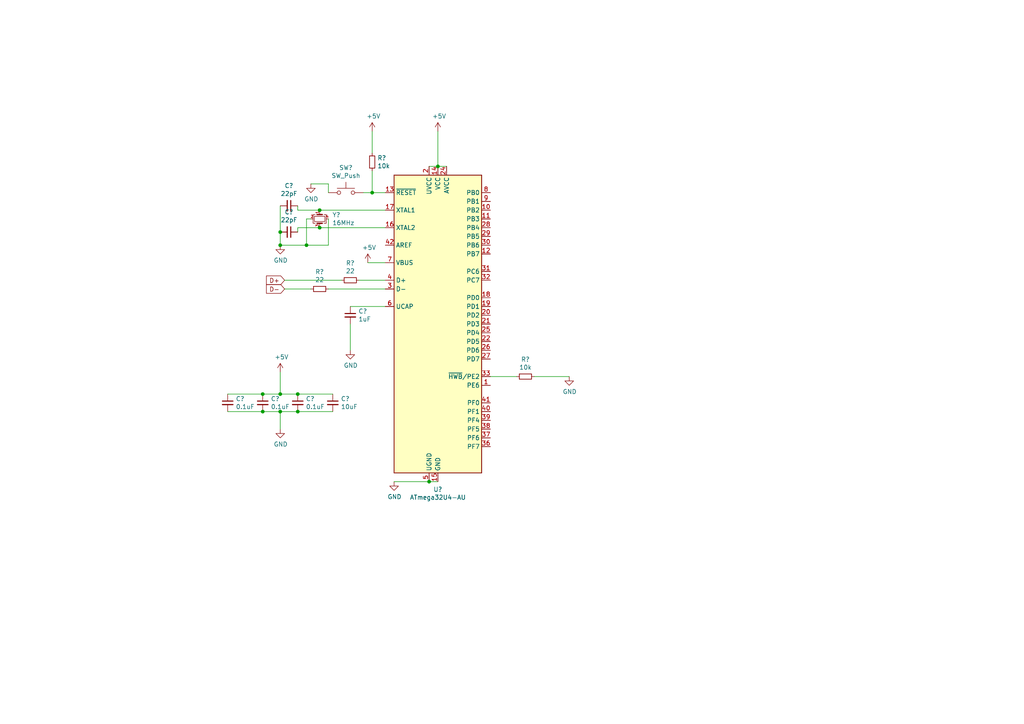
<source format=kicad_sch>
(kicad_sch (version 20230121) (generator eeschema)
  (paper "A4")
  (lib_symbols
    (symbol "Device:C_Small" (pin_numbers hide) (pin_names (offset 0.254) hide)
      (property "Reference" "C" (at 0.254 1.778 0))
      (property "Value" "C_Small" (at 0.254 -2.032 0))
      (symbol "C_Small_0_1"
        (polyline (pts (xy -1.524 -0.508) (xy 1.524 -0.508)) (stroke (width 0.3302)))
        (polyline (pts (xy -1.524 0.508) (xy 1.524 0.508)) (stroke (width 0.3048)))
      )
      (symbol "C_Small_1_1"
        (pin passive line (at 0 2.54 270) (length 2.032) (name "~") (number "1"))
        (pin passive line (at 0 -2.54 90) (length 2.032) (name "~") (number "2"))
      )
    )
    (symbol "Device:Crystal_GND24_Small" (pin_names (offset 1.016) hide)
      (property "Reference" "Y" (at 1.27 4.445 0))
      (property "Value" "Crystal_GND24_Small" (at 1.27 2.54 0))
      (symbol "Crystal_GND24_Small_0_1"
        (rectangle (start -0.762 -1.524) (end 0.762 1.524))
        (polyline (pts (xy -1.27 -0.762) (xy -1.27 0.762)) (stroke (width 0.381)))
        (polyline (pts (xy 1.27 -0.762) (xy 1.27 0.762)) (stroke (width 0.381)))
        (polyline (pts (xy -1.27 -1.27) (xy -1.27 -1.905) (xy 1.27 -1.905) (xy 1.27 -1.27)))
        (polyline (pts (xy -1.27 1.27) (xy -1.27 1.905) (xy 1.27 1.905) (xy 1.27 1.27)))
      )
      (symbol "Crystal_GND24_Small_1_1"
        (pin passive line (at -2.54 0 0) (length 1.27) (name "1") (number "1"))
        (pin passive line (at 0 -2.54 90) (length 0.635) (name "2") (number "2"))
        (pin passive line (at 2.54 0 180) (length 1.27) (name "3") (number "3"))
        (pin passive line (at 0 2.54 270) (length 0.635) (name "4") (number "4"))
      )
    )
    (symbol "Device:R_Small" (pin_numbers hide) (pin_names (offset 0.254) hide)
      (property "Reference" "R" (at 0.762 0.508 0))
      (property "Value" "R_Small" (at 0.762 -1.016 0))
      (symbol "R_Small_0_1"
        (rectangle (start -0.762 1.778) (end 0.762 -1.778) (stroke (width 0.2032)))
      )
      (symbol "R_Small_1_1"
        (pin passive line (at 0 2.54 270) (length 0.762) (name "~") (number "1"))
        (pin passive line (at 0 -2.54 90) (length 0.762) (name "~") (number "2"))
      )
    )
    (symbol "Switch:SW_Push" (pin_numbers hide) (pin_names (offset 1.016) hide)
      (property "Reference" "SW" (at 1.27 2.54 0))
      (property "Value" "SW_Push" (at 0 -1.524 0))
      (symbol "SW_Push_0_1"
        (circle (center -2.032 0) (radius 0.508))
        (polyline (pts (xy 0 1.27) (xy 0 3.048)))
        (polyline (pts (xy 2.54 1.27) (xy -2.54 1.27)))
        (circle (center 2.032 0) (radius 0.508))
        (pin passive line (at -5.08 0 0) (length 2.54) (name "1") (number "1"))
        (pin passive line (at 5.08 0 180) (length 2.54) (name "2") (number "2"))
      )
    )
    (symbol "aurora-rescue:ATmega32U4-AU-MCU_Microchip_ATmega"
      (property "Reference" "U" (at -12.7 44.45 0))
      (property "Value" "MCU_Microchip_ATmega_ATmega32U4-AU" (at 2.54 -44.45 0))
      (symbol "ATmega32U4-AU-MCU_Microchip_ATmega_0_1"
        (rectangle (start -12.7 -43.18) (end 12.7 43.18) (stroke (width 0.254)) (fill (type background)))
      )
      (symbol "ATmega32U4-AU-MCU_Microchip_ATmega_1_1"
        (pin tri_state line (at 15.24 -17.78 180) (length 2.54) (name "PE6") (number "1"))
        (pin tri_state line (at 15.24 33.02 180) (length 2.54) (name "PB2") (number "10"))
        (pin tri_state line (at 15.24 30.48 180) (length 2.54) (name "PB3") (number "11"))
        (pin tri_state line (at 15.24 20.32 180) (length 2.54) (name "PB7") (number "12"))
        (pin input line (at -15.24 38.1 0) (length 2.54) (name "~{RESET}") (number "13"))
        (pin power_in line (at 0 45.72 270) (length 2.54) (name "VCC") (number "14"))
        (pin power_in line (at 0 -45.72 90) (length 2.54) (name "GND") (number "15"))
        (pin output line (at -15.24 27.94 0) (length 2.54) (name "XTAL2") (number "16"))
        (pin input line (at -15.24 33.02 0) (length 2.54) (name "XTAL1") (number "17"))
        (pin tri_state line (at 15.24 7.62 180) (length 2.54) (name "PD0") (number "18"))
        (pin tri_state line (at 15.24 5.08 180) (length 2.54) (name "PD1") (number "19"))
        (pin power_in line (at -2.54 45.72 270) (length 2.54) (name "UVCC") (number "2"))
        (pin tri_state line (at 15.24 2.54 180) (length 2.54) (name "PD2") (number "20"))
        (pin tri_state line (at 15.24 0 180) (length 2.54) (name "PD3") (number "21"))
        (pin tri_state line (at 15.24 -5.08 180) (length 2.54) (name "PD5") (number "22"))
        (pin passive line (at 0 -45.72 90) (length 2.54) hide (name "GND") (number "23"))
        (pin power_in line (at 2.54 45.72 270) (length 2.54) (name "AVCC") (number "24"))
        (pin tri_state line (at 15.24 -2.54 180) (length 2.54) (name "PD4") (number "25"))
        (pin tri_state line (at 15.24 -7.62 180) (length 2.54) (name "PD6") (number "26"))
        (pin tri_state line (at 15.24 -10.16 180) (length 2.54) (name "PD7") (number "27"))
        (pin tri_state line (at 15.24 27.94 180) (length 2.54) (name "PB4") (number "28"))
        (pin tri_state line (at 15.24 25.4 180) (length 2.54) (name "PB5") (number "29"))
        (pin bidirectional line (at -15.24 10.16 0) (length 2.54) (name "D-") (number "3"))
        (pin tri_state line (at 15.24 22.86 180) (length 2.54) (name "PB6") (number "30"))
        (pin tri_state line (at 15.24 15.24 180) (length 2.54) (name "PC6") (number "31"))
        (pin tri_state line (at 15.24 12.7 180) (length 2.54) (name "PC7") (number "32"))
        (pin tri_state line (at 15.24 -15.24 180) (length 2.54) (name "~{HWB}/PE2") (number "33"))
        (pin passive line (at 0 45.72 270) (length 2.54) hide (name "VCC") (number "34"))
        (pin passive line (at 0 -45.72 90) (length 2.54) hide (name "GND") (number "35"))
        (pin tri_state line (at 15.24 -35.56 180) (length 2.54) (name "PF7") (number "36"))
        (pin tri_state line (at 15.24 -33.02 180) (length 2.54) (name "PF6") (number "37"))
        (pin tri_state line (at 15.24 -30.48 180) (length 2.54) (name "PF5") (number "38"))
        (pin tri_state line (at 15.24 -27.94 180) (length 2.54) (name "PF4") (number "39"))
        (pin bidirectional line (at -15.24 12.7 0) (length 2.54) (name "D+") (number "4"))
        (pin tri_state line (at 15.24 -25.4 180) (length 2.54) (name "PF1") (number "40"))
        (pin tri_state line (at 15.24 -22.86 180) (length 2.54) (name "PF0") (number "41"))
        (pin passive line (at -15.24 22.86 0) (length 2.54) (name "AREF") (number "42"))
        (pin passive line (at 0 -45.72 90) (length 2.54) hide (name "GND") (number "43"))
        (pin passive line (at 2.54 45.72 270) (length 2.54) hide (name "AVCC") (number "44"))
        (pin passive line (at -2.54 -45.72 90) (length 2.54) (name "UGND") (number "5"))
        (pin passive line (at -15.24 5.08 0) (length 2.54) (name "UCAP") (number "6"))
        (pin input line (at -15.24 17.78 0) (length 2.54) (name "VBUS") (number "7"))
        (pin tri_state line (at 15.24 38.1 180) (length 2.54) (name "PB0") (number "8"))
        (pin tri_state line (at 15.24 35.56 180) (length 2.54) (name "PB1") (number "9"))
      )
    )
    (symbol "power:+5V" (power) (pin_names (offset 0))
      (property "Value" "+5V" (at 0 3.556 0))
      (symbol "+5V_0_1"
        (polyline (pts (xy -0.762 1.27) (xy 0 2.54)))
        (polyline (pts (xy 0 0) (xy 0 2.54)))
        (polyline (pts (xy 0 2.54) (xy 0.762 1.27)))
      )
      (symbol "+5V_1_1"
        (pin power_in line (at 0 0 90) (length 0) hide (name "+5V") (number "1"))
      )
    )
    (symbol "power:GND" (power) (pin_names (offset 0))
      (property "Value" "GND" (at 0 -3.81 0))
      (symbol "GND_0_1"
        (polyline (pts (xy 0 0) (xy 0 -1.27) (xy 1.27 -1.27) (xy 0 -2.54) (xy -1.27 -1.27) (xy 0 -1.27)))
      )
      (symbol "GND_1_1"
        (pin power_in line (at 0 0 270) (length 0) hide (name "GND") (number "1"))
      )
    )
  )
  (junction (at 81.28 119.38))
  (junction (at 81.28 114.3))
  (junction (at 88.9 71.12))
  (junction (at 76.2 114.3))
  (junction (at 81.28 67.31))
  (junction (at 81.28 71.12))
  (junction (at 127 48.26))
  (junction (at 92.71 60.96))
  (junction (at 124.46 139.7))
  (junction (at 107.95 55.88))
  (junction (at 86.36 114.3))
  (junction (at 76.2 119.38))
  (junction (at 92.71 66.04))
  (junction (at 86.36 119.38))
  (wire (pts (xy 66.04 114.3) (xy 76.2 114.3)))
  (wire (pts (xy 107.95 44.45) (xy 107.95 38.1)))
  (wire (pts (xy 127 139.7) (xy 124.46 139.7)))
  (wire (pts (xy 95.25 53.34) (xy 95.25 55.88)))
  (wire (pts (xy 107.95 55.88) (xy 111.76 55.88)))
  (wire (pts (xy 92.71 66.04) (xy 86.36 66.04)))
  (wire (pts (xy 111.76 76.2) (xy 106.68 76.2)))
  (wire (pts (xy 81.28 67.31) (xy 81.28 71.12)))
  (wire (pts (xy 111.76 83.82) (xy 95.25 83.82)))
  (wire (pts (xy 99.06 81.28) (xy 82.55 81.28)))
  (wire (pts (xy 127 48.26) (xy 127 38.1)))
  (wire (pts (xy 90.17 83.82) (xy 82.55 83.82)))
  (wire (pts (xy 90.17 63.5) (xy 88.9 63.5)))
  (wire (pts (xy 86.36 66.04) (xy 86.36 67.31)))
  (wire (pts (xy 86.36 114.3) (xy 96.52 114.3)))
  (wire (pts (xy 76.2 114.3) (xy 81.28 114.3)))
  (wire (pts (xy 111.76 81.28) (xy 104.14 81.28)))
  (wire (pts (xy 88.9 71.12) (xy 81.28 71.12)))
  (wire (pts (xy 81.28 119.38) (xy 76.2 119.38)))
  (wire (pts (xy 81.28 107.95) (xy 81.28 114.3)))
  (wire (pts (xy 76.2 119.38) (xy 66.04 119.38)))
  (wire (pts (xy 92.71 60.96) (xy 86.36 60.96)))
  (wire (pts (xy 95.25 71.12) (xy 88.9 71.12)))
  (wire (pts (xy 129.54 48.26) (xy 127 48.26)))
  (wire (pts (xy 105.41 55.88) (xy 107.95 55.88)))
  (wire (pts (xy 90.17 53.34) (xy 95.25 53.34)))
  (wire (pts (xy 142.24 109.22) (xy 149.86 109.22)))
  (wire (pts (xy 86.36 119.38) (xy 81.28 119.38)))
  (wire (pts (xy 96.52 119.38) (xy 86.36 119.38)))
  (wire (pts (xy 154.94 109.22) (xy 165.1 109.22)))
  (wire (pts (xy 88.9 63.5) (xy 88.9 71.12)))
  (wire (pts (xy 95.25 63.5) (xy 95.25 71.12)))
  (wire (pts (xy 111.76 60.96) (xy 92.71 60.96)))
  (wire (pts (xy 81.28 114.3) (xy 86.36 114.3)))
  (wire (pts (xy 107.95 55.88) (xy 107.95 49.53)))
  (wire (pts (xy 86.36 60.96) (xy 86.36 59.69)))
  (wire (pts (xy 81.28 119.38) (xy 81.28 124.46)))
  (wire (pts (xy 111.76 88.9) (xy 101.6 88.9)))
  (wire (pts (xy 92.71 66.04) (xy 111.76 66.04)))
  (wire (pts (xy 101.6 93.98) (xy 101.6 101.6)))
  (wire (pts (xy 124.46 139.7) (xy 114.3 139.7)))
  (wire (pts (xy 81.28 59.69) (xy 81.28 67.31)))
  (wire (pts (xy 124.46 48.26) (xy 127 48.26)))
  (global_label "D+" (shape input) (at 82.55 81.28 180) (property "Intersheetrefs" "${INTERSHEET_REFS}" (effects hide)))
  (global_label "D-" (shape input) (at 82.55 83.82 180) (property "Intersheetrefs" "${INTERSHEET_REFS}" (effects hide)))
  (symbol (lib_id "power:+5V") (at 127 38.1 0) (unit 1)
    (property "Reference" "#PWR?" (effects hide))
    (property "Value" "+5V" (at 127.381 33.7058 0))
  )
  (symbol (lib_id "aurora-rescue:ATmega32U4-AU-MCU_Microchip_ATmega") (at 127 93.98 0) (unit 1)
    (property "Reference" "U?" (at 127 141.9606 0))
    (property "Value" "ATmega32U4-AU" (at 127 144.272 0))
    (property "Footprint" "Package_QFP:TQFP-44_10x10mm_P0.8mm" (effects hide))
    (property "Datasheet" "http://ww1.microchip.com/downloads/en/DeviceDoc/Atmel-7766-8-bit-AVR-ATmega16U4-32U4_Datasheet.pdf" (effects hide))
  )
  (symbol (lib_id "power:GND") (at 114.3 139.7 0) (unit 1)
    (property "Reference" "#PWR?" (effects hide))
    (property "Value" "GND" (at 114.427 144.0942 0))
  )
  (symbol (lib_id "Device:R_Small") (at 152.4 109.22 90) (unit 1)
    (property "Reference" "R?" (at 152.4 104.2416 90))
    (property "Value" "10k" (at 152.4 106.553 90))
  )
  (symbol (lib_id "power:GND") (at 165.1 109.22 0) (unit 1)
    (property "Reference" "#PWR?" (effects hide))
    (property "Value" "GND" (at 165.227 113.6142 0))
  )
  (symbol (lib_id "Device:R_Small") (at 101.6 81.28 270) (unit 1)
    (property "Reference" "R?" (at 101.6 76.3016 90))
    (property "Value" "22" (at 101.6 78.613 90))
  )
  (symbol (lib_id "Device:R_Small") (at 92.71 83.82 270) (unit 1)
    (property "Reference" "R?" (at 92.71 78.8416 90))
    (property "Value" "22" (at 92.71 81.153 90))
  )
  (symbol (lib_id "Device:C_Small") (at 101.6 91.44 0) (unit 1)
    (property "Reference" "C?" (at 103.9368 90.2716 0) (effects (justify left)))
    (property "Value" "1uF" (at 103.9368 92.583 0) (effects (justify left)))
  )
  (symbol (lib_id "power:GND") (at 101.6 101.6 0) (unit 1)
    (property "Reference" "#PWR?" (effects hide))
    (property "Value" "GND" (at 101.727 105.9942 0))
  )
  (symbol (lib_id "Device:C_Small") (at 76.2 116.84 0) (unit 1)
    (property "Reference" "C?" (at 78.5368 115.6716 0) (effects (justify left)))
    (property "Value" "0.1uF" (at 78.5368 117.983 0) (effects (justify left)))
  )
  (symbol (lib_id "Device:C_Small") (at 86.36 116.84 0) (unit 1)
    (property "Reference" "C?" (at 88.6968 115.6716 0) (effects (justify left)))
    (property "Value" "0.1uF" (at 88.6968 117.983 0) (effects (justify left)))
  )
  (symbol (lib_id "Device:C_Small") (at 66.04 116.84 0) (unit 1)
    (property "Reference" "C?" (at 68.3768 115.6716 0) (effects (justify left)))
    (property "Value" "0.1uF" (at 68.3768 117.983 0) (effects (justify left)))
  )
  (symbol (lib_id "Device:C_Small") (at 96.52 116.84 0) (unit 1)
    (property "Reference" "C?" (at 98.8568 115.6716 0) (effects (justify left)))
    (property "Value" "10uF" (at 98.8568 117.983 0) (effects (justify left)))
  )
  (symbol (lib_id "power:GND") (at 81.28 124.46 0) (unit 1)
    (property "Reference" "#PWR?" (effects hide))
    (property "Value" "GND" (at 81.407 128.8542 0))
  )
  (symbol (lib_id "power:+5V") (at 81.28 107.95 0) (unit 1)
    (property "Reference" "#PWR?" (effects hide))
    (property "Value" "+5V" (at 81.661 103.5558 0))
  )
  (symbol (lib_id "power:+5V") (at 106.68 76.2 0) (unit 1)
    (property "Reference" "#PWR?" (effects hide))
    (property "Value" "+5V" (at 107.061 71.8058 0))
  )
  (symbol (lib_id "Device:Crystal_GND24_Small") (at 92.71 63.5 270) (unit 1)
    (property "Reference" "Y?" (at 96.3676 62.3316 90) (effects (justify left)))
    (property "Value" "16MHz" (at 96.3676 64.643 90) (effects (justify left)))
  )
  (symbol (lib_id "Device:C_Small") (at 83.82 59.69 270) (unit 1)
    (property "Reference" "C?" (at 83.82 53.8734 90))
    (property "Value" "22pF" (at 83.82 56.1848 90))
  )
  (symbol (lib_id "Device:C_Small") (at 83.82 67.31 270) (unit 1)
    (property "Reference" "C?" (at 83.82 61.4934 90))
    (property "Value" "22pF" (at 83.82 63.8048 90))
  )
  (symbol (lib_id "power:GND") (at 81.28 71.12 0) (unit 1)
    (property "Reference" "#PWR?" (effects hide))
    (property "Value" "GND" (at 81.407 75.5142 0))
  )
  (symbol (lib_id "Switch:SW_Push") (at 100.33 55.88 0) (unit 1)
    (property "Reference" "SW?" (at 100.33 48.641 0))
    (property "Value" "SW_Push" (at 100.33 50.9524 0))
  )
  (symbol (lib_id "power:GND") (at 90.17 53.34 0) (unit 1)
    (property "Reference" "#PWR?" (effects hide))
    (property "Value" "GND" (at 90.297 57.7342 0))
  )
  (symbol (lib_id "Device:R_Small") (at 107.95 46.99 180) (unit 1)
    (property "Reference" "R?" (at 109.4486 45.8216 0) (effects (justify right)))
    (property "Value" "10k" (at 109.4486 48.133 0) (effects (justify right)))
  )
  (symbol (lib_id "power:+5V") (at 107.95 38.1 0) (unit 1)
    (property "Reference" "#PWR?" (effects hide))
    (property "Value" "+5V" (at 108.331 33.7058 0))
  )
)
</source>
